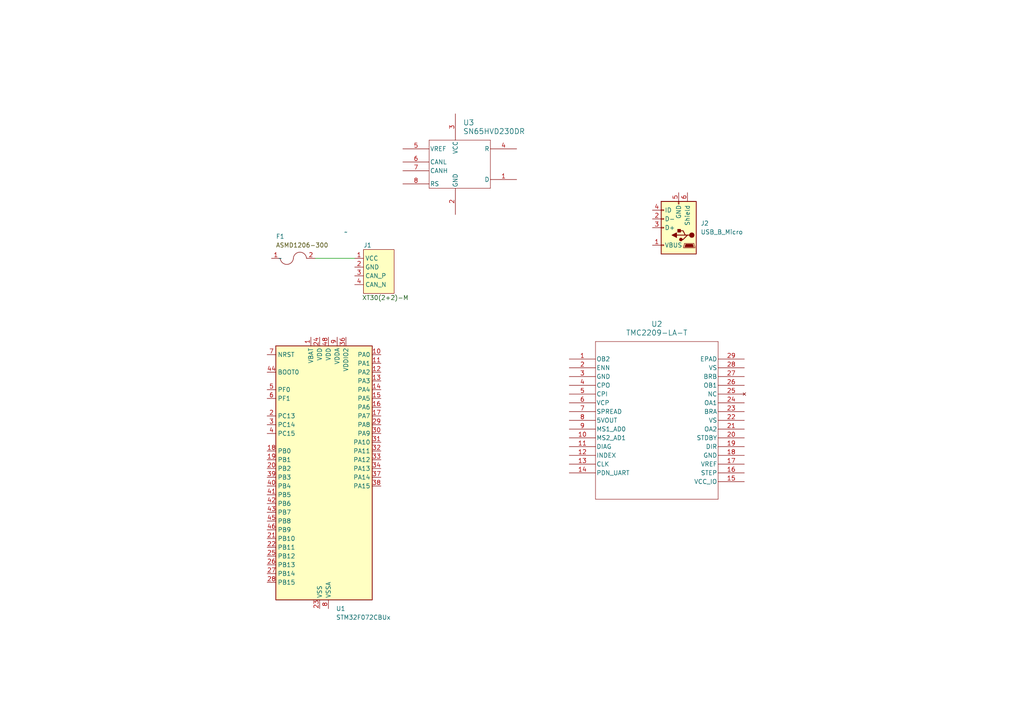
<source format=kicad_sch>
(kicad_sch (version 20230121) (generator eeschema)
  (paper "A4")
  (lib_symbols
    (symbol "Connector:USB_B_Micro" (pin_names (offset 1.016))
      (property "Reference" "J" (at -5.08 11.43 0))
      (property "Value" "USB_B_Micro" (at -5.08 8.89 0))
      (symbol "USB_B_Micro_0_1"
        (rectangle (start -5.08 -7.62) (end 5.08 7.62) (stroke (width 0.254)) (fill (type background)))
        (circle (center -3.81 2.159) (radius 0.635) (stroke (width 0.254)) (fill (type outline)))
        (circle (center -0.635 3.429) (radius 0.381) (stroke (width 0.254)) (fill (type outline)))
        (rectangle (start -0.127 -7.62) (end 0.127 -6.858))
        (polyline (pts (xy -1.905 2.159) (xy 0.635 2.159)) (stroke (width 0.254)))
        (polyline (pts (xy -3.175 2.159) (xy -2.54 2.159) (xy -1.27 3.429) (xy -0.635 3.429)) (stroke (width 0.254)))
        (polyline (pts (xy -2.54 2.159) (xy -1.905 2.159) (xy -1.27 0.889) (xy 0 0.889)) (stroke (width 0.254)))
        (polyline (pts (xy 0.635 2.794) (xy 0.635 1.524) (xy 1.905 2.159) (xy 0.635 2.794)) (stroke (width 0.254)) (fill (type outline)))
        (polyline (pts (xy -4.318 5.588) (xy -1.778 5.588) (xy -2.032 4.826) (xy -4.064 4.826) (xy -4.318 5.588)) (fill (type outline)))
        (polyline (pts (xy -4.699 5.842) (xy -4.699 5.588) (xy -4.445 4.826) (xy -4.445 4.572) (xy -1.651 4.572) (xy -1.651 4.826) (xy -1.397 5.588) (xy -1.397 5.842) (xy -4.699 5.842)))
        (rectangle (start 0.254 1.27) (end -0.508 0.508) (stroke (width 0.254)) (fill (type outline)))
        (rectangle (start 5.08 -5.207) (end 4.318 -4.953))
        (rectangle (start 5.08 -2.667) (end 4.318 -2.413))
        (rectangle (start 5.08 -0.127) (end 4.318 0.127))
        (rectangle (start 5.08 4.953) (end 4.318 5.207))
      )
      (symbol "USB_B_Micro_1_1"
        (pin power_out line (at 7.62 5.08 180) (length 2.54) (name "VBUS") (number "1"))
        (pin bidirectional line (at 7.62 -2.54 180) (length 2.54) (name "D-") (number "2"))
        (pin bidirectional line (at 7.62 0 180) (length 2.54) (name "D+") (number "3"))
        (pin passive line (at 7.62 -5.08 180) (length 2.54) (name "ID") (number "4"))
        (pin power_out line (at 0 -10.16 90) (length 2.54) (name "GND") (number "5"))
        (pin passive line (at -2.54 -10.16 90) (length 2.54) (name "Shield") (number "6"))
      )
    )
    (symbol "MCU_ST_STM32F0:STM32F072CBUx"
      (property "Reference" "U" (at -12.7 39.37 0))
      (property "Value" "STM32F072CBUx" (at 10.16 39.37 0))
      (symbol "STM32F072CBUx_0_1"
        (rectangle (start -12.7 -35.56) (end 15.24 38.1) (stroke (width 0.254)) (fill (type background)))
      )
      (symbol "STM32F072CBUx_1_1"
        (pin power_in line (at -2.54 40.64 270) (length 2.54) (name "VBAT") (number "1"))
        (pin bidirectional line (at 17.78 35.56 180) (length 2.54) (name "PA0") (number "10"))
        (pin bidirectional line (at 17.78 33.02 180) (length 2.54) (name "PA1") (number "11"))
        (pin bidirectional line (at 17.78 30.48 180) (length 2.54) (name "PA2") (number "12"))
        (pin bidirectional line (at 17.78 27.94 180) (length 2.54) (name "PA3") (number "13"))
        (pin bidirectional line (at 17.78 25.4 180) (length 2.54) (name "PA4") (number "14"))
        (pin bidirectional line (at 17.78 22.86 180) (length 2.54) (name "PA5") (number "15"))
        (pin bidirectional line (at 17.78 20.32 180) (length 2.54) (name "PA6") (number "16"))
        (pin bidirectional line (at 17.78 17.78 180) (length 2.54) (name "PA7") (number "17"))
        (pin bidirectional line (at -15.24 7.62 0) (length 2.54) (name "PB0") (number "18"))
        (pin bidirectional line (at -15.24 5.08 0) (length 2.54) (name "PB1") (number "19"))
        (pin bidirectional line (at -15.24 17.78 0) (length 2.54) (name "PC13") (number "2"))
        (pin bidirectional line (at -15.24 2.54 0) (length 2.54) (name "PB2") (number "20"))
        (pin bidirectional line (at -15.24 -17.78 0) (length 2.54) (name "PB10") (number "21"))
        (pin bidirectional line (at -15.24 -20.32 0) (length 2.54) (name "PB11") (number "22"))
        (pin power_in line (at 0 -38.1 90) (length 2.54) (name "VSS") (number "23"))
        (pin power_in line (at 0 40.64 270) (length 2.54) (name "VDD") (number "24"))
        (pin bidirectional line (at -15.24 -22.86 0) (length 2.54) (name "PB12") (number "25"))
        (pin bidirectional line (at -15.24 -25.4 0) (length 2.54) (name "PB13") (number "26"))
        (pin bidirectional line (at -15.24 -27.94 0) (length 2.54) (name "PB14") (number "27"))
        (pin bidirectional line (at -15.24 -30.48 0) (length 2.54) (name "PB15") (number "28"))
        (pin bidirectional line (at 17.78 15.24 180) (length 2.54) (name "PA8") (number "29"))
        (pin bidirectional line (at -15.24 15.24 0) (length 2.54) (name "PC14") (number "3"))
        (pin bidirectional line (at 17.78 12.7 180) (length 2.54) (name "PA9") (number "30"))
        (pin bidirectional line (at 17.78 10.16 180) (length 2.54) (name "PA10") (number "31"))
        (pin bidirectional line (at 17.78 7.62 180) (length 2.54) (name "PA11") (number "32"))
        (pin bidirectional line (at 17.78 5.08 180) (length 2.54) (name "PA12") (number "33"))
        (pin bidirectional line (at 17.78 2.54 180) (length 2.54) (name "PA13") (number "34"))
        (pin passive line (at 0 -38.1 90) (length 2.54) hide (name "VSS") (number "35"))
        (pin power_in line (at 7.62 40.64 270) (length 2.54) (name "VDDIO2") (number "36"))
        (pin bidirectional line (at 17.78 0 180) (length 2.54) (name "PA14") (number "37"))
        (pin bidirectional line (at 17.78 -2.54 180) (length 2.54) (name "PA15") (number "38"))
        (pin bidirectional line (at -15.24 0 0) (length 2.54) (name "PB3") (number "39"))
        (pin bidirectional line (at -15.24 12.7 0) (length 2.54) (name "PC15") (number "4"))
        (pin bidirectional line (at -15.24 -2.54 0) (length 2.54) (name "PB4") (number "40"))
        (pin bidirectional line (at -15.24 -5.08 0) (length 2.54) (name "PB5") (number "41"))
        (pin bidirectional line (at -15.24 -7.62 0) (length 2.54) (name "PB6") (number "42"))
        (pin bidirectional line (at -15.24 -10.16 0) (length 2.54) (name "PB7") (number "43"))
        (pin input line (at -15.24 30.48 0) (length 2.54) (name "BOOT0") (number "44"))
        (pin bidirectional line (at -15.24 -12.7 0) (length 2.54) (name "PB8") (number "45"))
        (pin bidirectional line (at -15.24 -15.24 0) (length 2.54) (name "PB9") (number "46"))
        (pin passive line (at 0 -38.1 90) (length 2.54) hide (name "VSS") (number "47"))
        (pin power_in line (at 2.54 40.64 270) (length 2.54) (name "VDD") (number "48"))
        (pin passive line (at 0 -38.1 90) (length 2.54) hide (name "VSS") (number "49"))
        (pin bidirectional line (at -15.24 25.4 0) (length 2.54) (name "PF0") (number "5"))
        (pin bidirectional line (at -15.24 22.86 0) (length 2.54) (name "PF1") (number "6"))
        (pin input line (at -15.24 35.56 0) (length 2.54) (name "NRST") (number "7"))
        (pin power_in line (at 2.54 -38.1 90) (length 2.54) (name "VSSA") (number "8"))
        (pin power_in line (at 5.08 40.64 270) (length 2.54) (name "VDDA") (number "9"))
      )
    )
    (symbol "SB_CAN_genesis_V1.0_lib:ASMD1206-300"
      (property "Reference" "F" (at 0 6.35 0))
      (symbol "ASMD1206-300_0_1"
        (arc (start 0 0) (mid 1.905 -1.7609) (end 3.81 0))
        (arc (start 7.62 0) (mid 5.715 1.7812) (end 3.81 0))
      )
      (symbol "ASMD1206-300_1_1"
        (text "ASMD1206-300" (at 6.35 3.81 0) (effects (font (size 1.27 1.27))))
        (pin input line (at -2.54 0 0) (length 2.54) (name "") (number "1"))
        (pin input line (at 10.16 0 180) (length 2.54) (name "") (number "2"))
      )
    )
    (symbol "SB_CAN_genesis_V1.0_lib:SN65HVD230DR" (pin_names (offset 0.254))
      (property "Reference" "U" (at 27.94 10.16 0))
      (property "Value" "SN65HVD230DR" (at 27.94 7.62 0))
      (symbol "SN65HVD230DR_0_1"
        (polyline (pts (xy 7.62 -8.89) (xy 25.4 -8.89)) (stroke (width 0.127)))
        (polyline (pts (xy 7.62 5.08) (xy 7.62 -8.89)) (stroke (width 0.127)))
        (polyline (pts (xy 25.4 -8.89) (xy 25.4 5.08)) (stroke (width 0.127)))
        (polyline (pts (xy 25.4 5.08) (xy 7.62 5.08)) (stroke (width 0.127)))
        (pin input line (at 33.02 -6.35 180) (length 7.62) (name "D") (number "1"))
        (pin power_in line (at 15.24 -16.51 90) (length 7.62) (name "GND") (number "2"))
        (pin power_in line (at 15.24 12.7 270) (length 7.62) (name "VCC") (number "3"))
        (pin input line (at 33.02 2.54 180) (length 7.62) (name "R") (number "4"))
        (pin power_in line (at 0 2.54 0) (length 7.62) (name "VREF") (number "5"))
        (pin output line (at 0 -1.27 0) (length 7.62) (name "CANL") (number "6"))
        (pin output line (at 0 -3.81 0) (length 7.62) (name "CANH") (number "7"))
        (pin input line (at 0 -7.62 0) (length 7.62) (name "RS") (number "8"))
      )
    )
    (symbol "SB_CAN_genesis_V1.0_lib:TMC2209-LA-T" (pin_names (offset 0.254))
      (property "Reference" "U" (at 25.4 10.16 0))
      (property "Value" "TMC2209-LA-T" (at 25.4 7.62 0))
      (symbol "TMC2209-LA-T_0_1"
        (polyline (pts (xy 7.62 -40.64) (xy 43.18 -40.64)) (stroke (width 0.127)))
        (polyline (pts (xy 7.62 5.08) (xy 7.62 -40.64)) (stroke (width 0.127)))
        (polyline (pts (xy 43.18 -40.64) (xy 43.18 5.08)) (stroke (width 0.127)))
        (polyline (pts (xy 43.18 5.08) (xy 7.62 5.08)) (stroke (width 0.127)))
        (pin output line (at 0 0 0) (length 7.62) (name "OB2") (number "1"))
        (pin input line (at 0 -22.86 0) (length 7.62) (name "MS2_AD1") (number "10"))
        (pin output line (at 0 -25.4 0) (length 7.62) (name "DIAG") (number "11"))
        (pin output line (at 0 -27.94 0) (length 7.62) (name "INDEX") (number "12"))
        (pin input line (at 0 -30.48 0) (length 7.62) (name "CLK") (number "13"))
        (pin bidirectional line (at 0 -33.02 0) (length 7.62) (name "PDN_UART") (number "14"))
        (pin power_in line (at 50.8 -35.56 180) (length 7.62) (name "VCC_IO") (number "15"))
        (pin input line (at 50.8 -33.02 180) (length 7.62) (name "STEP") (number "16"))
        (pin input line (at 50.8 -30.48 180) (length 7.62) (name "VREF") (number "17"))
        (pin power_in line (at 50.8 -27.94 180) (length 7.62) (name "GND") (number "18"))
        (pin input line (at 50.8 -25.4 180) (length 7.62) (name "DIR") (number "19"))
        (pin input line (at 0 -2.54 0) (length 7.62) (name "ENN") (number "2"))
        (pin input line (at 50.8 -22.86 180) (length 7.62) (name "STDBY") (number "20"))
        (pin output line (at 50.8 -20.32 180) (length 7.62) (name "OA2") (number "21"))
        (pin power_in line (at 50.8 -17.78 180) (length 7.62) (name "VS") (number "22"))
        (pin unspecified line (at 50.8 -15.24 180) (length 7.62) (name "BRA") (number "23"))
        (pin output line (at 50.8 -12.7 180) (length 7.62) (name "OA1") (number "24"))
        (pin no_connect line (at 50.8 -10.16 180) (length 7.62) (name "NC") (number "25"))
        (pin output line (at 50.8 -7.62 180) (length 7.62) (name "OB1") (number "26"))
        (pin unspecified line (at 50.8 -5.08 180) (length 7.62) (name "BRB") (number "27"))
        (pin power_in line (at 50.8 -2.54 180) (length 7.62) (name "VS") (number "28"))
        (pin unspecified line (at 50.8 0 180) (length 7.62) (name "EPAD") (number "29"))
        (pin power_in line (at 0 -5.08 0) (length 7.62) (name "GND") (number "3"))
        (pin output line (at 0 -7.62 0) (length 7.62) (name "CPO") (number "4"))
        (pin input line (at 0 -10.16 0) (length 7.62) (name "CPI") (number "5"))
        (pin power_in line (at 0 -12.7 0) (length 7.62) (name "VCP") (number "6"))
        (pin input line (at 0 -15.24 0) (length 7.62) (name "SPREAD") (number "7"))
        (pin output line (at 0 -17.78 0) (length 7.62) (name "5VOUT") (number "8"))
        (pin input line (at 0 -20.32 0) (length 7.62) (name "MS1_AD0") (number "9"))
      )
    )
    (symbol "SB_CAN_genesis_V1.0_lib:XT30PW(2+2)-M"
      (property "Reference" "J" (at 2.54 13.97 0))
      (symbol "XT30PW(2+2)-M_1_1"
        (rectangle (start 0 12.7) (end 8.89 0) (fill (type background)))
        (text "XT30(2+2)-M" (at 6.35 -1.27 0) (effects (font (size 1.27 1.27))))
        (pin power_in line (at -2.54 10.16 0) (length 2.54) (name "VCC") (number "1"))
        (pin power_in line (at -2.54 7.62 0) (length 2.54) (name "GND") (number "2"))
        (pin bidirectional line (at -2.54 5.08 0) (length 2.54) (name "CAN_P") (number "3"))
        (pin bidirectional line (at -2.54 2.54 0) (length 2.54) (name "CAN_N") (number "4"))
      )
    )
  )
  (wire (pts (xy 91.44 74.93) (xy 102.87 74.93)))
  (symbol (lib_id "SB_CAN_genesis_V1.0_lib:ASMD1206-300") (at 81.28 74.93 0) (unit 1)
    (property "Reference" "F1" (at 81.28 68.58 0))
    (property "Value" "~" (at 81.28 74.93 0))
  )
  (symbol (lib_id "SB_CAN_genesis_V1.0_lib:XT30PW(2+2)-M") (at 105.41 85.09 0) (unit 1)
    (property "Reference" "J1" (at 105.41 71.12 0) (effects (justify left)))
    (property "Value" "~" (at 100.33 67.31 0))
    (property "Footprint" "SB_CAN_genesis_V1.0_lib:XT30PW(2+2)-M" (effects hide))
  )
  (symbol (lib_id "SB_CAN_genesis_V1.0_lib:TMC2209-LA-T") (at 165.1 104.14 0) (unit 1)
    (property "Reference" "U2" (at 190.5 93.98 0) (effects (font (size 1.524 1.524))))
    (property "Value" "TMC2209-LA-T" (at 190.5 96.52 0) (effects (font (size 1.524 1.524))))
    (property "Footprint" "SB_CAN_genesis_V1.0_lib:QFN28_5X5_3X8_EPAD_TRI" (effects hide))
    (property "Datasheet" "TMC2209-LA-T" (effects hide))
  )
  (symbol (lib_id "MCU_ST_STM32F0:STM32F072CBUx") (at 92.71 138.43 0) (unit 1)
    (property "Reference" "U1" (at 97.4441 176.53 0) (effects (justify left)))
    (property "Value" "STM32F072CBUx" (at 97.4441 179.07 0) (effects (justify left)))
    (property "Footprint" "Package_DFN_QFN:QFN-48-1EP_7x7mm_P0.5mm_EP5.6x5.6mm" (effects hide))
    (property "Datasheet" "https://www.st.com/resource/en/datasheet/stm32f072cb.pdf" (effects hide))
  )
  (symbol (lib_id "Connector:USB_B_Micro") (at 196.85 66.04 180) (unit 1)
    (property "Reference" "J2" (at 203.2 64.77 0) (effects (justify right)))
    (property "Value" "USB_B_Micro" (at 203.2 67.31 0) (effects (justify right)))
    (property "Footprint" "Connector_USB:USB_Micro-B_Molex-105133-0001" (effects hide))
  )
  (symbol (lib_id "SB_CAN_genesis_V1.0_lib:SN65HVD230DR") (at 116.84 45.72 0) (unit 1)
    (property "Reference" "U3" (at 134.2741 35.56 0) (effects (font (size 1.524 1.524)) (justify left)))
    (property "Value" "SN65HVD230DR" (at 134.2741 38.1 0) (effects (font (size 1.524 1.524)) (justify left)))
    (property "Footprint" "SB_CAN_genesis_V1.0_lib:D8" (effects hide))
    (property "Datasheet" "SN65HVD230DR" (effects hide))
  )
)
</source>
